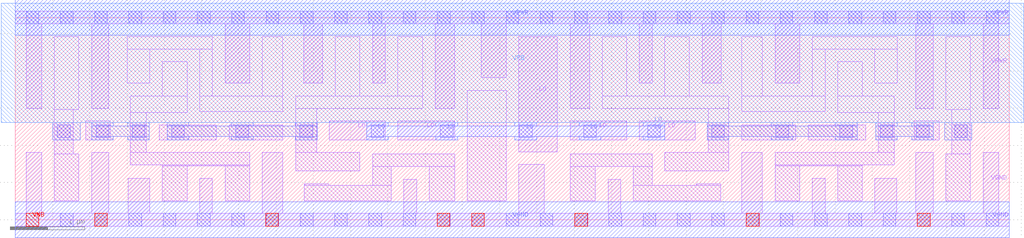
<source format=lef>
# Copyright 2020 The SkyWater PDK Authors
#
# Licensed under the Apache License, Version 2.0 (the "License");
# you may not use this file except in compliance with the License.
# You may obtain a copy of the License at
#
#     https://www.apache.org/licenses/LICENSE-2.0
#
# Unless required by applicable law or agreed to in writing, software
# distributed under the License is distributed on an "AS IS" BASIS,
# WITHOUT WARRANTIES OR CONDITIONS OF ANY KIND, either express or implied.
# See the License for the specific language governing permissions and
# limitations under the License.
#
# SPDX-License-Identifier: Apache-2.0

VERSION 5.7 ;
  NOWIREEXTENSIONATPIN ON ;
  DIVIDERCHAR "/" ;
  BUSBITCHARS "[]" ;
MACRO sky130_fd_sc_hd__macro_sparecell
  CLASS CORE ;
  FOREIGN sky130_fd_sc_hd__macro_sparecell ;
  ORIGIN  0.000000  0.000000 ;
  SIZE  13.34000 BY  2.720000 ;
  SYMMETRY X Y R90 ;
  SITE unithd ;
  PIN LO
    ANTENNAGATEAREA  1.980000 ;
    DIRECTION OUTPUT ;
    USE SIGNAL ;
    PORT
      LAYER li1 ;
        RECT 4.215000 1.075000 4.965000 1.325000 ;
      LAYER mcon ;
        RECT 4.775000 1.105000 4.945000 1.275000 ;
    END
    PORT
      LAYER li1 ;
        RECT 5.135000 1.075000 5.895000 1.325000 ;
      LAYER mcon ;
        RECT 5.705000 1.105000 5.875000 1.275000 ;
    END
    PORT
      LAYER li1 ;
        RECT 6.755000 0.915000 7.275000 2.465000 ;
      LAYER mcon ;
        RECT 6.765000 1.105000 6.935000 1.275000 ;
    END
    PORT
      LAYER li1 ;
        RECT 7.445000 1.075000 8.205000 1.325000 ;
      LAYER mcon ;
        RECT 7.625000 1.105000 7.795000 1.275000 ;
    END
    PORT
      LAYER li1 ;
        RECT 8.375000 1.075000 9.125000 1.325000 ;
      LAYER mcon ;
        RECT 8.485000 1.105000 8.655000 1.275000 ;
    END
    PORT
      LAYER met1 ;
        RECT 4.715000 1.075000 5.005000 1.120000 ;
        RECT 4.715000 1.120000 8.715000 1.260000 ;
        RECT 4.715000 1.260000 5.005000 1.305000 ;
        RECT 5.645000 1.075000 5.935000 1.120000 ;
        RECT 5.645000 1.260000 5.935000 1.305000 ;
        RECT 6.705000 1.075000 6.995000 1.120000 ;
        RECT 6.705000 1.260000 6.995000 1.305000 ;
        RECT 7.565000 1.075000 7.855000 1.120000 ;
        RECT 7.565000 1.260000 7.855000 1.305000 ;
        RECT 8.425000 1.075000 8.715000 1.120000 ;
        RECT 8.425000 1.260000 8.715000 1.305000 ;
    END
  END LO
  PIN VGND
    DIRECTION INOUT ;
    SHAPE ABUTMENT ;
    USE GROUND ;
    PORT
      LAYER li1 ;
        RECT  0.000000 -0.085000 13.340000 0.085000 ;
        RECT  0.145000  0.085000  0.355000 0.905000 ;
        RECT  1.025000  0.085000  1.255000 0.905000 ;
        RECT  1.515000  0.085000  1.805000 0.555000 ;
        RECT  2.475000  0.085000  2.645000 0.555000 ;
        RECT  3.315000  0.085000  3.590000 0.905000 ;
        RECT  5.215000  0.085000  5.385000 0.545000 ;
        RECT  6.755000  0.085000  7.095000 0.745000 ;
        RECT  7.955000  0.085000  8.125000 0.545000 ;
        RECT  9.750000  0.085000 10.025000 0.905000 ;
        RECT 10.695000  0.085000 10.865000 0.555000 ;
        RECT 11.535000  0.085000 11.825000 0.555000 ;
        RECT 12.085000  0.085000 12.315000 0.905000 ;
        RECT 12.985000  0.085000 13.195000 0.905000 ;
      LAYER mcon ;
        RECT  0.145000 -0.085000  0.315000 0.085000 ;
        RECT  0.605000 -0.085000  0.775000 0.085000 ;
        RECT  1.065000 -0.085000  1.235000 0.085000 ;
        RECT  1.525000 -0.085000  1.695000 0.085000 ;
        RECT  1.985000 -0.085000  2.155000 0.085000 ;
        RECT  2.445000 -0.085000  2.615000 0.085000 ;
        RECT  2.905000 -0.085000  3.075000 0.085000 ;
        RECT  3.365000 -0.085000  3.535000 0.085000 ;
        RECT  3.825000 -0.085000  3.995000 0.085000 ;
        RECT  4.285000 -0.085000  4.455000 0.085000 ;
        RECT  4.745000 -0.085000  4.915000 0.085000 ;
        RECT  5.205000 -0.085000  5.375000 0.085000 ;
        RECT  5.665000 -0.085000  5.835000 0.085000 ;
        RECT  6.125000 -0.085000  6.295000 0.085000 ;
        RECT  6.585000 -0.085000  6.755000 0.085000 ;
        RECT  7.045000 -0.085000  7.215000 0.085000 ;
        RECT  7.505000 -0.085000  7.675000 0.085000 ;
        RECT  7.965000 -0.085000  8.135000 0.085000 ;
        RECT  8.425000 -0.085000  8.595000 0.085000 ;
        RECT  8.885000 -0.085000  9.055000 0.085000 ;
        RECT  9.345000 -0.085000  9.515000 0.085000 ;
        RECT  9.805000 -0.085000  9.975000 0.085000 ;
        RECT 10.265000 -0.085000 10.435000 0.085000 ;
        RECT 10.725000 -0.085000 10.895000 0.085000 ;
        RECT 11.185000 -0.085000 11.355000 0.085000 ;
        RECT 11.645000 -0.085000 11.815000 0.085000 ;
        RECT 12.105000 -0.085000 12.275000 0.085000 ;
        RECT 12.565000 -0.085000 12.735000 0.085000 ;
        RECT 13.025000 -0.085000 13.195000 0.085000 ;
    END
    PORT
      LAYER met1 ;
        RECT 0.000000 -0.240000 13.340000 0.240000 ;
    END
  END VGND
  PIN VNB
    DIRECTION INOUT ;
    USE GROUND ;
    PORT
      LAYER pwell ;
        RECT 0.145000 -0.085000 0.315000 0.085000 ;
    END
  END VNB
  PIN VPB
    DIRECTION INOUT ;
    USE POWER ;
    PORT
      LAYER nwell ;
        RECT -0.190000 1.305000 13.530000 2.910000 ;
    END
  END VPB
  PIN VPWR
    DIRECTION INOUT ;
    SHAPE ABUTMENT ;
    USE POWER ;
    PORT
      LAYER li1 ;
        RECT  0.000000 2.635000 13.340000 2.805000 ;
        RECT  0.145000 1.495000  0.355000 2.635000 ;
        RECT  1.025000 1.495000  1.255000 2.635000 ;
        RECT  2.815000 1.835000  3.145000 2.635000 ;
        RECT  3.870000 1.835000  4.125000 2.635000 ;
        RECT  4.795000 1.835000  4.965000 2.635000 ;
        RECT  5.635000 1.495000  5.895000 2.635000 ;
        RECT  6.255000 1.910000  6.585000 2.635000 ;
        RECT  7.445000 1.495000  7.705000 2.635000 ;
        RECT  8.375000 1.835000  8.545000 2.635000 ;
        RECT  9.215000 1.835000  9.470000 2.635000 ;
        RECT 10.195000 1.835000 10.525000 2.635000 ;
        RECT 12.085000 1.495000 12.315000 2.635000 ;
        RECT 12.985000 1.495000 13.195000 2.635000 ;
      LAYER mcon ;
        RECT  0.145000 2.635000  0.315000 2.805000 ;
        RECT  0.605000 2.635000  0.775000 2.805000 ;
        RECT  1.065000 2.635000  1.235000 2.805000 ;
        RECT  1.525000 2.635000  1.695000 2.805000 ;
        RECT  1.985000 2.635000  2.155000 2.805000 ;
        RECT  2.445000 2.635000  2.615000 2.805000 ;
        RECT  2.905000 2.635000  3.075000 2.805000 ;
        RECT  3.365000 2.635000  3.535000 2.805000 ;
        RECT  3.825000 2.635000  3.995000 2.805000 ;
        RECT  4.285000 2.635000  4.455000 2.805000 ;
        RECT  4.745000 2.635000  4.915000 2.805000 ;
        RECT  5.205000 2.635000  5.375000 2.805000 ;
        RECT  5.665000 2.635000  5.835000 2.805000 ;
        RECT  6.125000 2.635000  6.295000 2.805000 ;
        RECT  6.585000 2.635000  6.755000 2.805000 ;
        RECT  7.045000 2.635000  7.215000 2.805000 ;
        RECT  7.505000 2.635000  7.675000 2.805000 ;
        RECT  7.965000 2.635000  8.135000 2.805000 ;
        RECT  8.425000 2.635000  8.595000 2.805000 ;
        RECT  8.885000 2.635000  9.055000 2.805000 ;
        RECT  9.345000 2.635000  9.515000 2.805000 ;
        RECT  9.805000 2.635000  9.975000 2.805000 ;
        RECT 10.265000 2.635000 10.435000 2.805000 ;
        RECT 10.725000 2.635000 10.895000 2.805000 ;
        RECT 11.185000 2.635000 11.355000 2.805000 ;
        RECT 11.645000 2.635000 11.815000 2.805000 ;
        RECT 12.105000 2.635000 12.275000 2.805000 ;
        RECT 12.565000 2.635000 12.735000 2.805000 ;
        RECT 13.025000 2.635000 13.195000 2.805000 ;
    END
    PORT
      LAYER met1 ;
        RECT 0.000000 2.480000 13.340000 2.960000 ;
    END
  END VPWR
  OBS
    LAYER li1 ;
      RECT  0.525000 0.255000  0.855000 0.885000 ;
      RECT  0.525000 0.885000  0.775000 1.485000 ;
      RECT  0.525000 1.485000  0.855000 2.465000 ;
      RECT  0.945000 1.075000  1.275000 1.325000 ;
      RECT  1.505000 1.835000  1.805000 2.295000 ;
      RECT  1.505000 2.295000  2.645000 2.465000 ;
      RECT  1.545000 0.735000  3.145000 0.905000 ;
      RECT  1.545000 0.905000  1.760000 1.445000 ;
      RECT  1.545000 1.445000  2.305000 1.665000 ;
      RECT  1.930000 1.075000  2.700000 1.275000 ;
      RECT  1.975000 0.255000  2.305000 0.725000 ;
      RECT  1.975000 0.725000  3.145000 0.735000 ;
      RECT  1.975000 1.665000  2.305000 2.125000 ;
      RECT  2.475000 1.455000  3.590000 1.665000 ;
      RECT  2.475000 1.665000  2.645000 2.295000 ;
      RECT  2.815000 0.255000  3.145000 0.725000 ;
      RECT  2.870000 1.075000  3.590000 1.275000 ;
      RECT  3.315000 1.665000  3.590000 2.465000 ;
      RECT  3.765000 0.655000  4.625000 0.905000 ;
      RECT  3.765000 0.905000  4.045000 1.495000 ;
      RECT  3.765000 1.495000  5.465000 1.665000 ;
      RECT  3.875000 0.255000  5.045000 0.465000 ;
      RECT  3.875000 0.465000  4.205000 0.485000 ;
      RECT  4.295000 1.665000  4.625000 2.465000 ;
      RECT  4.795000 0.465000  5.045000 0.715000 ;
      RECT  4.795000 0.715000  5.895000 0.885000 ;
      RECT  5.135000 1.665000  5.465000 2.465000 ;
      RECT  5.555000 0.255000  5.895000 0.715000 ;
      RECT  6.065000 0.255000  6.585000 1.740000 ;
      RECT  7.445000 0.255000  7.785000 0.715000 ;
      RECT  7.445000 0.715000  8.545000 0.885000 ;
      RECT  7.875000 1.495000  9.575000 1.665000 ;
      RECT  7.875000 1.665000  8.205000 2.465000 ;
      RECT  8.295000 0.255000  9.465000 0.465000 ;
      RECT  8.295000 0.465000  8.545000 0.715000 ;
      RECT  8.715000 0.655000  9.575000 0.905000 ;
      RECT  8.715000 1.665000  9.045000 2.465000 ;
      RECT  9.135000 0.465000  9.465000 0.485000 ;
      RECT  9.295000 0.905000  9.575000 1.495000 ;
      RECT  9.750000 1.075000 10.470000 1.275000 ;
      RECT  9.750000 1.455000 10.865000 1.665000 ;
      RECT  9.750000 1.665000 10.025000 2.465000 ;
      RECT 10.195000 0.255000 10.525000 0.725000 ;
      RECT 10.195000 0.725000 11.365000 0.735000 ;
      RECT 10.195000 0.735000 11.795000 0.905000 ;
      RECT 10.640000 1.075000 11.410000 1.275000 ;
      RECT 10.695000 1.665000 10.865000 2.295000 ;
      RECT 10.695000 2.295000 11.835000 2.465000 ;
      RECT 11.035000 0.255000 11.365000 0.725000 ;
      RECT 11.035000 1.445000 11.795000 1.665000 ;
      RECT 11.035000 1.665000 11.365000 2.125000 ;
      RECT 11.535000 1.835000 11.835000 2.295000 ;
      RECT 11.580000 0.905000 11.795000 1.445000 ;
      RECT 12.065000 1.075000 12.395000 1.325000 ;
      RECT 12.485000 0.255000 12.815000 0.885000 ;
      RECT 12.485000 1.485000 12.815000 2.465000 ;
      RECT 12.565000 0.885000 12.815000 1.485000 ;
    LAYER mcon ;
      RECT  0.565000 1.105000  0.735000 1.275000 ;
      RECT  1.085000 1.105000  1.255000 1.275000 ;
      RECT  1.570000 1.105000  1.740000 1.275000 ;
      RECT  2.100000 1.105000  2.270000 1.275000 ;
      RECT  2.960000 1.105000  3.130000 1.275000 ;
      RECT  3.820000 1.105000  3.990000 1.275000 ;
      RECT  9.345000 1.105000  9.515000 1.275000 ;
      RECT 10.205000 1.105000 10.375000 1.275000 ;
      RECT 11.065000 1.105000 11.235000 1.275000 ;
      RECT 11.605000 1.105000 11.775000 1.275000 ;
      RECT 12.090000 1.105000 12.260000 1.275000 ;
      RECT 12.605000 1.105000 12.775000 1.275000 ;
    LAYER met1 ;
      RECT  0.505000 1.075000  0.875000 1.305000 ;
      RECT  1.025000 1.075000  1.315000 1.120000 ;
      RECT  1.025000 1.120000  1.800000 1.260000 ;
      RECT  1.025000 1.260000  1.315000 1.305000 ;
      RECT  1.510000 1.075000  1.800000 1.120000 ;
      RECT  1.510000 1.260000  1.800000 1.305000 ;
      RECT  2.040000 1.075000  2.330000 1.120000 ;
      RECT  2.040000 1.120000  4.050000 1.260000 ;
      RECT  2.040000 1.260000  2.330000 1.305000 ;
      RECT  2.900000 1.075000  3.190000 1.120000 ;
      RECT  2.900000 1.260000  3.190000 1.305000 ;
      RECT  3.760000 1.075000  4.050000 1.120000 ;
      RECT  3.760000 1.260000  4.050000 1.305000 ;
      RECT  9.285000 1.075000  9.575000 1.120000 ;
      RECT  9.285000 1.120000 11.295000 1.260000 ;
      RECT  9.285000 1.260000  9.575000 1.305000 ;
      RECT 10.145000 1.075000 10.435000 1.120000 ;
      RECT 10.145000 1.260000 10.435000 1.305000 ;
      RECT 11.005000 1.075000 11.295000 1.120000 ;
      RECT 11.005000 1.260000 11.295000 1.305000 ;
      RECT 11.545000 1.075000 11.835000 1.120000 ;
      RECT 11.545000 1.120000 12.320000 1.260000 ;
      RECT 11.545000 1.260000 11.835000 1.305000 ;
      RECT 12.030000 1.075000 12.320000 1.120000 ;
      RECT 12.030000 1.260000 12.320000 1.305000 ;
      RECT 12.470000 1.075000 12.835000 1.305000 ;
    LAYER pwell ;
      RECT  1.065000 -0.085000  1.235000 0.085000 ;
      RECT  3.360000 -0.085000  3.530000 0.085000 ;
      RECT  5.660000 -0.085000  5.830000 0.085000 ;
      RECT  6.125000 -0.085000  6.295000 0.085000 ;
      RECT  7.510000 -0.085000  7.680000 0.085000 ;
      RECT  9.810000 -0.085000  9.980000 0.085000 ;
      RECT 12.105000 -0.085000 12.275000 0.085000 ;
  END
END sky130_fd_sc_hd__macro_sparecell
END LIBRARY

</source>
